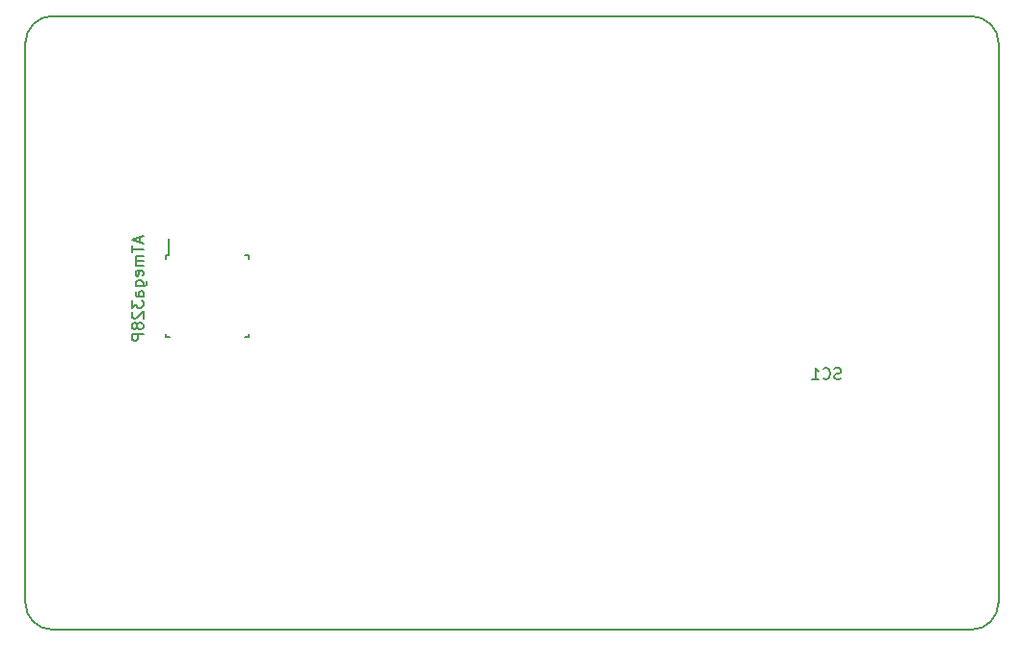
<source format=gbr>
%TF.GenerationSoftware,KiCad,Pcbnew,4.0.2+dfsg1-stable*%
%TF.CreationDate,2018-07-14T11:35:00+02:00*%
%TF.ProjectId,carte_7816,63617274655F373831362E6B69636164,rev?*%
%TF.FileFunction,Legend,Bot*%
%FSLAX46Y46*%
G04 Gerber Fmt 4.6, Leading zero omitted, Abs format (unit mm)*
G04 Created by KiCad (PCBNEW 4.0.2+dfsg1-stable) date sam. 14 juil. 2018 11:35:00 CEST*
%MOMM*%
G01*
G04 APERTURE LIST*
%ADD10C,0.100000*%
%ADD11C,0.150000*%
G04 APERTURE END LIST*
D10*
D11*
X85471000Y51562000D02*
X85471000Y2413000D01*
X2413000Y0D02*
X83058000Y0D01*
X0Y51562000D02*
X0Y2413000D01*
X83058000Y53975000D02*
X2413000Y53975000D01*
X83058000Y0D02*
G75*
G03X85471000Y2413000I0J2413000D01*
G01*
X0Y2413000D02*
G75*
G03X2413000Y0I2413000J0D01*
G01*
X2413000Y53975000D02*
G75*
G03X0Y51562000I0J-2413000D01*
G01*
X85471000Y51562000D02*
G75*
G03X83058000Y53975000I-2413000J0D01*
G01*
X12377000Y32962000D02*
X12602000Y32962000D01*
X12377000Y25712000D02*
X12702000Y25712000D01*
X19627000Y25712000D02*
X19302000Y25712000D01*
X19627000Y32962000D02*
X19302000Y32962000D01*
X12377000Y32962000D02*
X12377000Y32637000D01*
X19627000Y32962000D02*
X19627000Y32637000D01*
X19627000Y25712000D02*
X19627000Y26037000D01*
X12377000Y25712000D02*
X12377000Y26037000D01*
X12602000Y32962000D02*
X12602000Y34387000D01*
X10072667Y34519619D02*
X10072667Y34043428D01*
X10358381Y34614857D02*
X9358381Y34281524D01*
X10358381Y33948190D01*
X9358381Y33757714D02*
X9358381Y33186285D01*
X10358381Y33472000D02*
X9358381Y33472000D01*
X10358381Y32852952D02*
X9691714Y32852952D01*
X9786952Y32852952D02*
X9739333Y32805333D01*
X9691714Y32710095D01*
X9691714Y32567237D01*
X9739333Y32471999D01*
X9834571Y32424380D01*
X10358381Y32424380D01*
X9834571Y32424380D02*
X9739333Y32376761D01*
X9691714Y32281523D01*
X9691714Y32138666D01*
X9739333Y32043428D01*
X9834571Y31995809D01*
X10358381Y31995809D01*
X10310762Y31138666D02*
X10358381Y31233904D01*
X10358381Y31424381D01*
X10310762Y31519619D01*
X10215524Y31567238D01*
X9834571Y31567238D01*
X9739333Y31519619D01*
X9691714Y31424381D01*
X9691714Y31233904D01*
X9739333Y31138666D01*
X9834571Y31091047D01*
X9929810Y31091047D01*
X10025048Y31567238D01*
X9691714Y30233904D02*
X10501238Y30233904D01*
X10596476Y30281523D01*
X10644095Y30329142D01*
X10691714Y30424381D01*
X10691714Y30567238D01*
X10644095Y30662476D01*
X10310762Y30233904D02*
X10358381Y30329142D01*
X10358381Y30519619D01*
X10310762Y30614857D01*
X10263143Y30662476D01*
X10167905Y30710095D01*
X9882190Y30710095D01*
X9786952Y30662476D01*
X9739333Y30614857D01*
X9691714Y30519619D01*
X9691714Y30329142D01*
X9739333Y30233904D01*
X10358381Y29329142D02*
X9834571Y29329142D01*
X9739333Y29376761D01*
X9691714Y29471999D01*
X9691714Y29662476D01*
X9739333Y29757714D01*
X10310762Y29329142D02*
X10358381Y29424380D01*
X10358381Y29662476D01*
X10310762Y29757714D01*
X10215524Y29805333D01*
X10120286Y29805333D01*
X10025048Y29757714D01*
X9977429Y29662476D01*
X9977429Y29424380D01*
X9929810Y29329142D01*
X9358381Y28948190D02*
X9358381Y28329142D01*
X9739333Y28662476D01*
X9739333Y28519618D01*
X9786952Y28424380D01*
X9834571Y28376761D01*
X9929810Y28329142D01*
X10167905Y28329142D01*
X10263143Y28376761D01*
X10310762Y28424380D01*
X10358381Y28519618D01*
X10358381Y28805333D01*
X10310762Y28900571D01*
X10263143Y28948190D01*
X9453619Y27948190D02*
X9406000Y27900571D01*
X9358381Y27805333D01*
X9358381Y27567237D01*
X9406000Y27471999D01*
X9453619Y27424380D01*
X9548857Y27376761D01*
X9644095Y27376761D01*
X9786952Y27424380D01*
X10358381Y27995809D01*
X10358381Y27376761D01*
X9786952Y26805333D02*
X9739333Y26900571D01*
X9691714Y26948190D01*
X9596476Y26995809D01*
X9548857Y26995809D01*
X9453619Y26948190D01*
X9406000Y26900571D01*
X9358381Y26805333D01*
X9358381Y26614856D01*
X9406000Y26519618D01*
X9453619Y26471999D01*
X9548857Y26424380D01*
X9596476Y26424380D01*
X9691714Y26471999D01*
X9739333Y26519618D01*
X9786952Y26614856D01*
X9786952Y26805333D01*
X9834571Y26900571D01*
X9882190Y26948190D01*
X9977429Y26995809D01*
X10167905Y26995809D01*
X10263143Y26948190D01*
X10310762Y26900571D01*
X10358381Y26805333D01*
X10358381Y26614856D01*
X10310762Y26519618D01*
X10263143Y26471999D01*
X10167905Y26424380D01*
X9977429Y26424380D01*
X9882190Y26471999D01*
X9834571Y26519618D01*
X9786952Y26614856D01*
X10358381Y25995809D02*
X9358381Y25995809D01*
X9358381Y25614856D01*
X9406000Y25519618D01*
X9453619Y25471999D01*
X9548857Y25424380D01*
X9691714Y25424380D01*
X9786952Y25471999D01*
X9834571Y25519618D01*
X9882190Y25614856D01*
X9882190Y25995809D01*
X71619905Y22074238D02*
X71477048Y22026619D01*
X71238952Y22026619D01*
X71143714Y22074238D01*
X71096095Y22121857D01*
X71048476Y22217095D01*
X71048476Y22312333D01*
X71096095Y22407571D01*
X71143714Y22455190D01*
X71238952Y22502810D01*
X71429429Y22550429D01*
X71524667Y22598048D01*
X71572286Y22645667D01*
X71619905Y22740905D01*
X71619905Y22836143D01*
X71572286Y22931381D01*
X71524667Y22979000D01*
X71429429Y23026619D01*
X71191333Y23026619D01*
X71048476Y22979000D01*
X70048476Y22121857D02*
X70096095Y22074238D01*
X70238952Y22026619D01*
X70334190Y22026619D01*
X70477048Y22074238D01*
X70572286Y22169476D01*
X70619905Y22264714D01*
X70667524Y22455190D01*
X70667524Y22598048D01*
X70619905Y22788524D01*
X70572286Y22883762D01*
X70477048Y22979000D01*
X70334190Y23026619D01*
X70238952Y23026619D01*
X70096095Y22979000D01*
X70048476Y22931381D01*
X69096095Y22026619D02*
X69667524Y22026619D01*
X69381810Y22026619D02*
X69381810Y23026619D01*
X69477048Y22883762D01*
X69572286Y22788524D01*
X69667524Y22740905D01*
M02*

</source>
